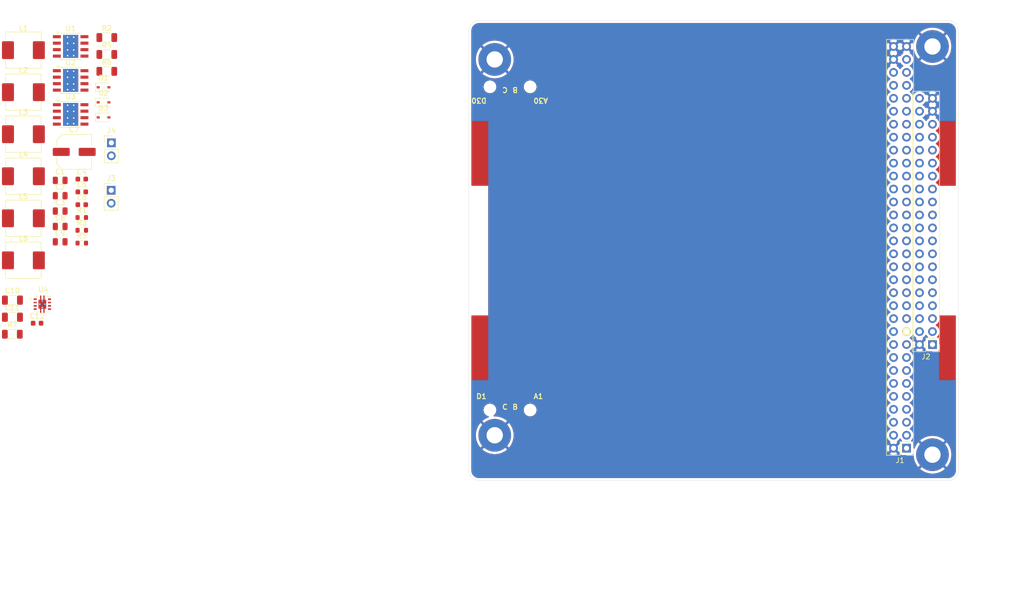
<source format=kicad_pcb>
(kicad_pcb (version 20241229) (generator "pcbnew") (generator_version "9.0")
  (layers (0 "F.Cu" signal) (2 "B.Cu" signal) (13 "F.Paste" user) (15 "B.Paste" user) (5 "F.SilkS" user "F.Silkscreen") (7 "B.SilkS" user "B.Silkscreen") (1 "F.Mask" user) (3 "B.Mask" user) (25 "Edge.Cuts" user))
  (net 0 "")
  (net 1 "+24V")
  (net 2 "GND")
  (net 3 "Net-(D1-K)")
  (net 4 "Net-(U1-BOOT)")
  (net 5 "Net-(D2-K)")
  (net 6 "Net-(U2-BOOT)")
  (net 7 "Net-(D3-K)")
  (net 8 "Net-(U3-BOOT)")
  (net 9 "+5V")
  (net 10 "+12V")
  (net 11 "+3.3V")
  (net 12 "Net-(U4-CWD)")
  (net 13 "Net-(U4-VDD)")
  (net 14 "Net-(L1-Pad2)")
  (net 15 "Net-(L2-Pad2)")
  (net 16 "Net-(L5-Pad2)")
  (net 17 "Net-(U1-VSENSE)")
  (net 18 "Net-(U2-VSENSE)")
  (net 19 "Net-(U3-VSENSE)")
  (net 20 "RESET")
  (net 30 "GPIO")
  (net 123 "V_Batt")
  (footprint "Diode_SMD:D_SOD-323" (layer "F.Cu") (at 64.65 64.13)
    (property "Reference" "D2" (at 0 -1.85 0) (layer "F.SilkS"))
    (property "Value" "D_Schottky")
    (pad "1" smd roundrect (at -1.05 0) (size 0.6 0.45) (layers "F.Cu" "F.Mask" "F.Paste") (net 5 "Net-(D2-K)"))
    (pad "2" smd roundrect (at 1.05 0) (size 0.6 0.45) (layers "F.Cu" "F.Mask" "F.Paste") (net 2 "GND"))
  )
  (footprint "Resistor_SMD:R_1206_3216Metric" (layer "F.Cu") (at 46.785 109.57)
    (property "Reference" "R7" (at 0 -1.83 0) (layer "F.SilkS"))
    (property "Value" "100k")
    (pad "1" smd roundrect (at -1.4625 0) (size 1.125 1.75) (layers "F.Cu" "F.Mask" "F.Paste") (roundrect_rratio 0.222222) (net 11 "+3.3V"))
    (pad "2" smd roundrect (at 1.4625 0) (size 1.125 1.75) (layers "F.Cu" "F.Mask" "F.Paste") (roundrect_rratio 0.222222) (net 20 "RESET"))
  )
  (footprint "Package_SO:TI_SO-PowerPAD-8_ThermalVias" (layer "F.Cu") (at 58.205 59.83)
    (property "Reference" "U2" (at 0 -3.5 0) (layer "F.SilkS"))
    (property "Value" "TPS5430DDA")
    (pad "1" smd rect (at -2.7 -1.905) (size 1.55 0.6) (layers "F.Cu" "F.Mask" "F.Paste") (net 6 "Net-(U2-BOOT)"))
    (pad "2" smd rect (at -2.7 -0.635) (size 1.55 0.6) (layers "F.Cu" "F.Mask" "F.Paste"))
    (pad "3" smd rect (at -2.7 0.635) (size 1.55 0.6) (layers "F.Cu" "F.Mask" "F.Paste"))
    (pad "4" smd rect (at -2.7 1.905) (size 1.55 0.6) (layers "F.Cu" "F.Mask" "F.Paste") (net 18 "Net-(U2-VSENSE)"))
    (pad "5" smd rect (at 2.7 1.905) (size 1.55 0.6) (layers "F.Cu" "F.Mask" "F.Paste"))
    (pad "6" smd rect (at 2.7 0.635) (size 1.55 0.6) (layers "F.Cu" "F.Mask" "F.Paste") (net 2 "GND"))
    (pad "7" smd rect (at 2.7 -0.635) (size 1.55 0.6) (layers "F.Cu" "F.Mask" "F.Paste") (net 123 "V_Batt"))
    (pad "8" smd rect (at 2.7 -1.905) (size 1.55 0.6) (layers "F.Cu" "F.Mask" "F.Paste") (net 5 "Net-(D2-K)"))
    (pad "9" thru_hole circle (at -0.6 -1.8) (size 0.6 0.6) (drill 0.3) (layers "*.Cu") (net 2 "GND"))
    (pad "9" thru_hole circle (at -0.6 -0.6) (size 0.6 0.6) (drill 0.3) (layers "*.Cu") (net 2 "GND"))
    (pad "9" thru_hole circle (at -0.6 0.7) (size 0.6 0.6) (drill 0.3) (layers "*.Cu") (net 2 "GND"))
    (pad "9" thru_hole circle (at -0.6 1.8) (size 0.6 0.6) (drill 0.3) (layers "*.Cu") (net 2 "GND"))
    (pad "9" smd rect (at 0 0) (size 2.6 3.1) (layers "F.Cu" "F.Mask" "F.Paste") (net 2 "GND"))
    (pad "9" smd rect (at 0 0) (size 2.95 4.5) (layers "F.Cu") (net 2 "GND"))
    (pad "9" smd rect (at 0 0) (size 2.95 4.5) (layers "B.Cu") (net 2 "GND"))
    (pad "9" thru_hole circle (at 0.6 -1.8) (size 0.6 0.6) (drill 0.3) (layers "*.Cu") (net 2 "GND"))
    (pad "9" thru_hole circle (at 0.6 -0.6) (size 0.6 0.6) (drill 0.3) (layers "*.Cu") (net 2 "GND"))
    (pad "9" thru_hole circle (at 0.6 0.7) (size 0.6 0.6) (drill 0.3) (layers "*.Cu") (net 2 "GND"))
    (pad "9" thru_hole circle (at 0.6 1.8) (size 0.6 0.6) (drill 0.3) (layers "*.Cu") (net 2 "GND"))
  )
  (footprint "Capacitor_SMD:C_0805_2012Metric" (layer "F.Cu") (at 56.155 91.46)
    (property "Reference" "C9" (at 0 -1.68 0) (layer "F.SilkS"))
    (property "Value" "220u")
    (pad "1" smd roundrect (at -0.95 0) (size 1 1.45) (layers "F.Cu" "F.Mask" "F.Paste") (net 2 "GND"))
    (pad "2" smd roundrect (at 0.95 0) (size 1 1.45) (layers "F.Cu" "F.Mask" "F.Paste") (net 11 "+3.3V"))
  )
  (footprint "Capacitor_SMD:C_0805_2012Metric" (layer "F.Cu") (at 56.155 82.43)
    (property "Reference" "C2" (at 0 -1.68 0) (layer "F.SilkS"))
    (property "Value" "4.7uF")
    (pad "1" smd roundrect (at -0.95 0) (size 1 1.45) (layers "F.Cu" "F.Mask" "F.Paste") (net 123 "V_Batt"))
    (pad "2" smd roundrect (at 0.95 0) (size 1 1.45) (layers "F.Cu" "F.Mask" "F.Paste") (net 2 "GND"))
  )
  (footprint "Resistor_SMD:R_1206_3216Metric" (layer "F.Cu") (at 65.285 54.74)
    (property "Reference" "R4" (at 0 -1.83 0) (layer "F.SilkS"))
    (property "Value" "1.13k")
    (pad "1" smd roundrect (at -1.4625 0) (size 1.125 1.75) (layers "F.Cu" "F.Mask" "F.Paste") (roundrect_rratio 0.222222) (net 18 "Net-(U2-VSENSE)"))
    (pad "2" smd roundrect (at 1.4625 0) (size 1.125 1.75) (layers "F.Cu" "F.Mask" "F.Paste") (roundrect_rratio 0.222222) (net 2 "GND"))
  )
  (footprint "Resistor_SMD:R_0603_1608Metric" (layer "F.Cu") (at 60.385 89.21)
    (property "Reference" "R3" (at 0 -1.43 0) (layer "F.SilkS"))
    (property "Value" "10k")
    (pad "1" smd roundrect (at -0.825 0) (size 0.8 0.95) (layers "F.Cu" "F.Mask" "F.Paste") (net 10 "+12V"))
    (pad "2" smd roundrect (at 0.825 0) (size 0.8 0.95) (layers "F.Cu" "F.Mask" "F.Paste") (net 18 "Net-(U2-VSENSE)"))
  )
  (footprint "Capacitor_SMD:C_0805_2012Metric" (layer "F.Cu") (at 56.155 85.44)
    (property "Reference" "C3" (at 0 -1.68 0) (layer "F.SilkS"))
    (property "Value" "4.7uF")
    (pad "1" smd roundrect (at -0.95 0) (size 1 1.45) (layers "F.Cu" "F.Mask" "F.Paste") (net 123 "V_Batt"))
    (pad "2" smd roundrect (at 0.95 0) (size 1 1.45) (layers "F.Cu" "F.Mask" "F.Paste") (net 2 "GND"))
  )
  (footprint "Resistor_SMD:R_1206_3216Metric" (layer "F.Cu") (at 65.285 51.43)
    (property "Reference" "R2" (at 0 -1.83 0) (layer "F.SilkS"))
    (property "Value" "3.3K")
    (pad "1" smd roundrect (at -1.4625 0) (size 1.125 1.75) (layers "F.Cu" "F.Mask" "F.Paste") (roundrect_rratio 0.222222) (net 17 "Net-(U1-VSENSE)"))
    (pad "2" smd roundrect (at 1.4625 0) (size 1.125 1.75) (layers "F.Cu" "F.Mask" "F.Paste") (roundrect_rratio 0.222222) (net 2 "GND"))
  )
  (footprint "Capacitor_SMD:C_0603_1608Metric" (layer "F.Cu") (at 60.385 79.17)
    (property "Reference" "C4" (at 0 -1.43 0) (layer "F.SilkS"))
    (property "Value" "0.01 uF")
    (pad "1" smd roundrect (at -0.775 0) (size 0.9 0.95) (layers "F.Cu" "F.Mask" "F.Paste") (net 4 "Net-(U1-BOOT)"))
    (pad "2" smd roundrect (at 0.775 0) (size 0.9 0.95) (layers "F.Cu" "F.Mask" "F.Paste") (net 3 "Net-(D1-K)"))
  )
  (footprint "Package_SO:TI_SO-PowerPAD-8_ThermalVias" (layer "F.Cu") (at 58.205 53.165)
    (property "Reference" "U1" (at 0 -3.5 0) (layer "F.SilkS"))
    (property "Value" "TPS5430DDA")
    (pad "1" smd rect (at -2.7 -1.905) (size 1.55 0.6) (layers "F.Cu" "F.Mask" "F.Paste") (net 4 "Net-(U1-BOOT)"))
    (pad "2" smd rect (at -2.7 -0.635) (size 1.55 0.6) (layers "F.Cu" "F.Mask" "F.Paste"))
    (pad "3" smd rect (at -2.7 0.635) (size 1.55 0.6) (layers "F.Cu" "F.Mask" "F.Paste"))
    (pad "4" smd rect (at -2.7 1.905) (size 1.55 0.6) (layers "F.Cu" "F.Mask" "F.Paste") (net 17 "Net-(U1-VSENSE)"))
    (pad "5" smd rect (at 2.7 1.905) (size 1.55 0.6) (layers "F.Cu" "F.Mask" "F.Paste"))
    (pad "6" smd rect (at 2.7 0.635) (size 1.55 0.6) (layers "F.Cu" "F.Mask" "F.Paste") (net 2 "GND"))
    (pad "7" smd rect (at 2.7 -0.635) (size 1.55 0.6) (layers "F.Cu" "F.Mask" "F.Paste") (net 123 "V_Batt"))
    (pad "8" smd rect (at 2.7 -1.905) (size 1.55 0.6) (layers "F.Cu" "F.Mask" "F.Paste") (net 3 "Net-(D1-K)"))
    (pad "9" thru_hole circle (at -0.6 -1.8) (size 0.6 0.6) (drill 0.3) (layers "*.Cu") (net 2 "GND"))
    (pad "9" thru_hole circle (at -0.6 -0.6) (size 0.6 0.6) (drill 0.3) (layers "*.Cu") (net 2 "GND"))
    (pad "9" thru_hole circle (at -0.6 0.7) (size 0.6 0.6) (drill 0.3) (layers "*.Cu") (net 2 "GND"))
    (pad "9" thru_hole circle (at -0.6 1.8) (size 0.6 0.6) (drill 0.3) (layers "*.Cu") (net 2 "GND"))
    (pad "9" smd rect (at 0 0) (size 2.6 3.1) (layers "F.Cu" "F.Mask" "F.Paste") (net 2 "GND"))
    (pad "9" smd rect (at 0 0) (size 2.95 4.5) (layers "F.Cu") (net 2 "GND"))
    (pad "9" smd rect (at 0 0) (size 2.95 4.5) (layers "B.Cu") (net 2 "GND"))
    (pad "9" thru_hole circle (at 0.6 -1.8) (size 0.6 0.6) (drill 0.3) (layers "*.Cu") (net 2 "GND"))
    (pad "9" thru_hole circle (at 0.6 -0.6) (size 0.6 0.6) (drill 0.3) (layers "*.Cu") (net 2 "GND"))
    (pad "9" thru_hole circle (at 0.6 0.7) (size 0.6 0.6) (drill 0.3) (layers "*.Cu") (net 2 "GND"))
    (pad "9" thru_hole circle (at 0.6 1.8) (size 0.6 0.6) (drill 0.3) (layers "*.Cu") (net 2 "GND"))
  )
  (footprint "Inductor_SMD:L_Changjiang_FXL0630" (layer "F.Cu") (at 48.955 70.375)
    (property "Reference" "L3" (at 0 -4.3 0) (layer "F.SilkS"))
    (property "Value" "15uH")
    (pad "1" smd roundrect (at -3.025 0) (size 2.35 3.5) (layers "F.Cu" "F.Mask" "F.Paste") (roundrect_rratio 0.106383) (net 7 "Net-(D3-K)"))
    (pad "2" smd roundrect (at 3.025 0) (size 2.35 3.5) (layers "F.Cu" "F.Mask" "F.Paste") (roundrect_rratio 0.106383) (net 11 "+3.3V"))
  )
  (footprint "Capacitor_SMD:C_0603_1608Metric" (layer "F.Cu") (at 51.635 107.42)
    (property "Reference" "C12" (at 0 -1.43 0) (layer "F.SilkS"))
    (property "Value" "0.1uF")
    (pad "1" smd roundrect (at -0.775 0) (size 0.9 0.95) (layers "F.Cu" "F.Mask" "F.Paste") (net 11 "+3.3V"))
    (pad "2" smd roundrect (at 0.775 0) (size 0.9 0.95) (layers "F.Cu" "F.Mask" "F.Paste") (net 13 "Net-(U4-VDD)"))
  )
  (footprint "Capacitor_SMD:C_0603_1608Metric" (layer "F.Cu") (at 60.385 84.19)
    (property "Reference" "C6" (at 0 -1.43 0) (layer "F.SilkS"))
    (property "Value" "0.01uf")
    (pad "1" smd roundrect (at -0.775 0) (size 0.9 0.95) (layers "F.Cu" "F.Mask" "F.Paste") (net 8 "Net-(U3-BOOT)"))
    (pad "2" smd roundrect (at 0.775 0) (size 0.9 0.95) (layers "F.Cu" "F.Mask" "F.Paste") (net 7 "Net-(D3-K)"))
  )
  (footprint "Inductor_SMD:L_Changjiang_FXL0630" (layer "F.Cu") (at 48.955 78.615)
    (property "Reference" "L4" (at 0 -4.3 0) (layer "F.SilkS"))
    (property "Value" "10uH")
    (pad "1" smd roundrect (at -3.025 0) (size 2.35 3.5) (layers "F.Cu" "F.Mask" "F.Paste") (roundrect_rratio 0.106383) (net 14 "Net-(L1-Pad2)"))
    (pad "2" smd roundrect (at 3.025 0) (size 2.35 3.5) (layers "F.Cu" "F.Mask" "F.Paste") (roundrect_rratio 0.106383) (net 9 "+5V"))
  )
  (footprint "Resistor_SMD:R_1206_3216Metric" (layer "F.Cu") (at 65.285 58.05)
    (property "Reference" "R6" (at 0 -1.83 0) (layer "F.SilkS"))
    (property "Value" "5.9k")
    (pad "1" smd roundrect (at -1.4625 0) (size 1.125 1.75) (layers "F.Cu" "F.Mask" "F.Paste") (roundrect_rratio 0.222222) (net 19 "Net-(U3-VSENSE)"))
    (pad "2" smd roundrect (at 1.4625 0) (size 1.125 1.75) (layers "F.Cu" "F.Mask" "F.Paste") (roundrect_rratio 0.222222) (net 2 "GND"))
  )
  (footprint "Capacitor_SMD:C_0603_1608Metric" (layer "F.Cu") (at 60.385 81.68)
    (property "Reference" "C5" (at 0 -1.43 0) (layer "F.SilkS"))
    (property "Value" "0.01uf")
    (pad "1" smd roundrect (at -0.775 0) (size 0.9 0.95) (layers "F.Cu" "F.Mask" "F.Paste") (net 6 "Net-(U2-BOOT)"))
    (pad "2" smd roundrect (at 0.775 0) (size 0.9 0.95) (layers "F.Cu" "F.Mask" "F.Paste") (net 5 "Net-(D2-K)"))
  )
  (footprint "Inductor_SMD:L_Changjiang_FXL0630" (layer "F.Cu") (at 48.955 86.855)
    (property "Reference" "L5" (at 0 -4.3 0) (layer "F.SilkS"))
    (property "Value" "10uH")
    (pad "1" smd roundrect (at -3.025 0) (size 2.35 3.5) (layers "F.Cu" "F.Mask" "F.Paste") (roundrect_rratio 0.106383) (net 15 "Net-(L2-Pad2)"))
    (pad "2" smd roundrect (at 3.025 0) (size 2.35 3.5) (layers "F.Cu" "F.Mask" "F.Paste") (roundrect_rratio 0.106383) (net 16 "Net-(L5-Pad2)"))
  )
  (footprint "Inductor_SMD:L_Changjiang_FXL0630" (layer "F.Cu") (at 48.955 95.095)
    (property "Reference" "L6" (at 0 -4.3 0) (layer "F.SilkS"))
    (property "Value" "10uH")
    (pad "1" smd roundrect (at -3.025 0) (size 2.35 3.5) (layers "F.Cu" "F.Mask" "F.Paste") (roundrect_rratio 0.106383) (net 16 "Net-(L5-Pad2)"))
    (pad "2" smd roundrect (at 3.025 0) (size 2.35 3.5) (layers "F.Cu" "F.Mask" "F.Paste") (roundrect_rratio 0.106383) (net 10 "+12V"))
  )
  (footprint "Connector_PinHeader_2.54mm:PinHeader_2x32_P2.54mm_Vertical" (layer "F.Cu") (at 221.9 131.92 180)
    (property "Reference" "J1" (at 1.27 -2.38 0) (layer "F.SilkS"))
    (property "Value" "Conn_02x32_Row_Letter_First")
    (pad "a1" thru_hole rect (at 0 0 180) (size 1.7 1.7) (drill 1) (layers "*.Cu" "*.Mask"))
    (pad "a2" thru_hole circle (at 0 2.54 180) (size 1.7 1.7) (drill 1) (layers "*.Cu" "*.Mask"))
    (pad "a3" thru_hole circle (at 0 5.08 180) (size 1.7 1.7) (drill 1) (layers "*.Cu" "*.Mask"))
    (pad "a4" thru_hole circle (at 0 7.62 180) (size 1.7 1.7) (drill 1) (layers "*.Cu" "*.Mask"))
    (pad "a5" thru_hole circle (at 0 10.16 180) (size 1.7 1.7) (drill 1) (layers "*.Cu" "*.Mask"))
    (pad "a6" thru_hole circle (at 0 12.7 180) (size 1.7 1.7) (drill 1) (layers "*.Cu" "*.Mask"))
    (pad "a7" thru_hole circle (at 0 15.24 180) (size 1.7 1.7) (drill 1) (layers "*.Cu" "*.Mask"))
    (pad "a8" thru_hole circle (at 0 17.78 180) (size 1.7 1.7) (drill 1) (layers "*.Cu" "*.Mask"))
    (pad "a9" thru_hole circle (at 0 20.32 180) (size 1.7 1.7) (drill 1) (layers "*.Cu" "*.Mask"))
    (pad "a10" thru_hole circle (at 0 22.86 180) (size 1.7 1.7) (drill 1) (layers "*.Cu" "*.Mask" "F.SilkS"))
    (pad "a11" thru_hole circle (at 0 25.4 180) (size 1.7 1.7) (drill 1) (layers "*.Cu" "*.Mask"))
    (pad "a12" thru_hole circle (at 0 27.94 180) (size 1.7 1.7) (drill 1) (layers "*.Cu" "*.Mask"))
    (pad "a13" thru_hole circle (at 0 30.48 180) (size 1.7 1.7) (drill 1) (layers "*.Cu" "*.Mask"))
    (pad "a14" thru_hole circle (at 0 33.02 180) (size 1.7 1.7) (drill 1) (layers "*.Cu" "*.Mask"))
    (pad "a15" thru_hole circle (at 0 35.56 180) (size 1.7 1.7) (drill 1) (layers "*.Cu" "*.Mask"))
    (pad "a16" thru_hole circle (at 0 38.1 180) (size 1.7 1.7) (drill 1) (layers "*.Cu" "*.Mask"))
    (pad "a17" thru_hole circle (at 0 40.64 180) (size 1.7 1.7) (drill 1) (layers "*.Cu" "B.Mask"))
    (pad "a18" thru_hole circle (at 0 43.18 180) (size 1.7 1.7) (drill 1) (layers "*.Cu" "*.Mask"))
    (pad "a19" thru_hole circle (at 0 45.72 180) (size 1.7 1.7) (drill 1) (layers "*.Cu" "*.Mask" "F.Paste"))
    (pad "a20" thru_hole circle (at 0 48.26 180) (size 1.7 1.7) (drill 1) (layers "*.Cu" "*.Mask"))
    (pad "a21" thru_hole circle (at 0 50.8 180) (size 1.7 1.7) (drill 1) (layers "*.Cu" "*.Mask"))
    (pad "a22" thru_hole circle (at 0 53.34 180) (size 1.7 1.7) (drill 1) (layers "*.Cu" "*.Mask"))
    (pad "a23" thru_hole circle (at 0 55.88 180) (size 1.7 1.7) (drill 1) (layers "*.Cu" "*.Mask"))
    (pad "a24" thru_hole circle (at 0 58.42 180) (size 1.7 1.7) (drill 1) (layers "*.Cu" "*.Mask"))
    (pad "a25" thru_hole circle (at 0 60.96 180) (size 1.7 1.7) (drill 1) (layers "*.Cu" "*.Mask"))
    (pad "a26" thru_hole circle (at 0 63.5 180) (size 1.7 1.7) (drill 1) (layers "*.Cu" "*.Mask"))
    (pad "a27" thru_hole circle (at 0 66.04 180) (size 1.7 1.7) (drill 1) (layers "*.Cu" "*.Mask"))
    (pad "a28" thru_hole circle (at 0 68.58 180) (size 1.7 1.7) (drill 1) (layers "*.Cu" "*.Mask"))
    (pad "a29" thru_hole circle (at 0 71.12 180) (size 1.7 1.7) (drill 1) (layers "*.Cu" "*.Mask"))
    (pad "a30" thru_hole circle (at 0 73.66 180) (size 1.7 1.7) (drill 1) (layers "*.Cu" "*.Mask"))
    (pad "a31" thru_hole circle (at 0 76.2 180) (size 1.7 1.7) (drill 1) (layers "*.Cu" "*.Mask"))
    (pad "a32" thru_hole circle (at 0 78.74 180) (size 1.7 1.7) (drill 1) (layers "*.Cu" "*.Mask") (net 2 "GND"))
    (pad "b1" thru_hole circle (at 2.54 0 180) (size 1.7 1.7) (drill 1) (layers "*.Cu" "*.Mask") (net 2 "GND"))
    (pad "b2" thru_hole circle (at 2.54 2.54 180) (size 1.7 1.7) (drill 1) (layers "*.Cu" "*.Mask") (net 20 "RESET"))
    (pad "b3" thru_hole circle (at 2.54 5.08 180) (size 1.7 1.7) (drill 1) (layers "*.Cu" "*.Mask") (net 9 "+5V"))
    (pad "b4" thru_hole circle (at 2.54 7.62 180) (size 1.7 1.7) (drill 1) (layers "*.Cu" "*.Mask"))
    (pad "b5" thru_hole circle (at 2.54 10.16 180) (size 1.7 1.7) (drill 1) (layers "*.Cu" "*.Mask") (net 11 "+3.3V"))
    (pad "b6" thru_hole circle (at 2.54 12.7 180) (size 1.7 1.7) (drill 1) (layers "*.Cu" "*.Mask"))
    (pad "b7" thru_hole circle (at 2.54 15.24 180) (size 1.7 1.7) (drill 1) (layers "*.Cu" "*.Mask") (net 123 "V_Batt"))
    (pad "b8" thru_hole circle (at 2.54 17.78 180) (size 1.7 1.7) (drill 1) (layers "*.Cu" "*.Mask"))
    (pad "b9" thru_hole circle (at 2.54 20.32 180) (size 1.7 1.7) (drill 1) (layers "*.Cu" "*.Mask") (net 10 "+12V"))
    (pad "b10" thru_hole circle (at 2.54 22.86 180) (size 1.7 1.7) (drill 1) (layers "*.Cu" "*.Mask"))
    (pad "b11" thru_hole circle (at 2.54 25.4 180) (size 1.7 1.7) (drill 1) (layers "*.Cu" "*.Mask"))
    (pad "b12" thru_hole circle (at 2.54 27.94 180) (size 1.7 1.7) (drill 1) (layers "*.Cu" "*.Mask"))
    (pad "b13" thru_hole circle (at 2.54 30.48 180) (size 1.7 1.7) (drill 1) (layers "*.Cu" "*.Mask"))
    (pad "b14" thru_hole circle (at 2.54 33.02 180) (size 1.7 1.7) (drill 1) (layers "*.Cu" "*.Mask"))
    (pad "b15" thru_hole circle (at 2.54 35.56 180) (size 1.7 1.7) (drill 1) (layers "*.Cu" "*.Mask"))
    (pad "b16" thru_hole circle (at 2.54 38.1 180) (size 1.7 1.7) (drill 1) (layers "*.Cu" "*.Mask"))
    (pad "b17" thru_hole circle (at 2.54 40.64 180) (size 1.7 1.7) (drill 1) (layers "*.Cu" "*.Mask"))
    (pad "b18" thru_hole circle (at 2.54 43.18 180) (size 1.7 1.7) (drill 1) (layers "*.Cu" "*.Mask"))
    (pad "b19" thru_hole circle (at 2.54 45.72 180) (size 1.7 1.7) (drill 1) (layers "*.Cu" "*.Mask"))
    (pad "b20" thru_hole circle (at 2.54 48.26 180) (size 1.7 1.7) (drill 1) (layers "*.Cu" "*.Mask"))
    (pad "b21" thru_hole circle (at 2.54 50.8 180) (size 1.7 1.7) (drill 1) (layers "*.Cu" "*.Mask"))
    (pad "b22" thru_hole circle (at 2.54 53.34 180) (size 1.7 1.7) (drill 1) (layers "*.Cu" "*.Mask"))
    (pad "b23" thru_hole circle (at 2.54 55.88 180) (size 1.7 1.7) (drill 1) (layers "*.Cu" "*.Mask"))
    (pad "b24" thru_hole circle (at 2.54 58.42 180) (size 1.7 1.7) (drill 1) (layers "*.Cu" "*.Mask"))
    (pad "b25" thru_hole circle (at 2.54 60.96 180) (size 1.7 1.7) (drill 1) (layers "*.Cu" "*.Mask"))
    (pad "b26" thru_hole circle (at 2.54 63.5 180) (size 1.7 1.7) (drill 1) (layers "*.Cu" "*.Mask"))
    (pad "b27" thru_hole circle (at 2.54 66.04 180) (size 1.7 1.7) (drill 1) (layers "*.Cu" "*.Mask"))
    (pad "b28" thru_hole circle (at 2.54 68.58 180) (size 1.7 1.7) (drill 1) (layers "*.Cu" "*.Mask"))
    (pad "b29" thru_hole circle (at 2.54 71.12 180) (size 1.7 1.7) (drill 1) (layers "*.Cu" "*.Mask"))
    (pad "b30" thru_hole circle (at 2.54 73.66 180) (size 1.7 1.7) (drill 1) (layers "*.Cu" "*.Mask"))
    (pad "b31" thru_hole circle (at 2.54 76.2 180) (size 1.7 1.7) (drill 1) (layers "*.Cu" "*.Mask") (net 2 "GND"))
    (pad "b32" thru_hole circle (at 2.54 78.74 180) (size 1.7 1.7) (drill 1) (layers "*.Cu" "*.Mask") (net 2 "GND"))
  )
  (footprint "Inductor_SMD:L_Changjiang_FXL0630" (layer "F.Cu") (at 48.955 62.135)
    (property "Reference" "L2" (at 0 -4.3 0) (layer "F.SilkS"))
    (property "Value" "10uH")
    (pad "1" smd roundrect (at -3.025 0) (size 2.35 3.5) (layers "F.Cu" "F.Mask" "F.Paste") (roundrect_rratio 0.106383) (net 5 "Net-(D2-K)"))
    (pad "2" smd roundrect (at 3.025 0) (size 2.35 3.5) (layers "F.Cu" "F.Mask" "F.Paste") (roundrect_rratio 0.106383) (net 15 "Net-(L2-Pad2)"))
  )
  (footprint "Diode_SMD:D_SOD-323" (layer "F.Cu") (at 64.65 67.08)
    (property "Reference" "D3" (at 0 -1.85 0) (layer "F.SilkS"))
    (property "Value" "D_Schottky")
    (pad "1" smd roundrect (at -1.05 0) (size 0.6 0.45) (layers "F.Cu" "F.Mask" "F.Paste") (net 7 "Net-(D3-K)"))
    (pad "2" smd roundrect (at 1.05 0) (size 0.6 0.45) (layers "F.Cu" "F.Mask" "F.Paste") (net 2 "GND"))
  )
  (footprint "Resistor_SMD:R_0603_1608Metric" (layer "F.Cu") (at 60.385 86.7)
    (property "Reference" "R1" (at 0 -1.43 0) (layer "F.SilkS"))
    (property "Value" "10K")
    (pad "1" smd roundrect (at -0.825 0) (size 0.8 0.95) (layers "F.Cu" "F.Mask" "F.Paste") (net 9 "+5V"))
    (pad "2" smd roundrect (at 0.825 0) (size 0.8 0.95) (layers "F.Cu" "F.Mask" "F.Paste") (net 17 "Net-(U1-VSENSE)"))
  )
  (footprint "Capacitor_SMD:C_0805_2012Metric" (layer "F.Cu") (at 56.155 88.45)
    (property "Reference" "C8" (at 0 -1.68 0) (layer "F.SilkS"))
    (property "Value" "22u")
    (pad "1" smd roundrect (at -0.95 0) (size 1 1.45) (layers "F.Cu" "F.Mask" "F.Paste") (net 2 "GND"))
    (pad "2" smd roundrect (at 0.95 0) (size 1 1.45) (layers "F.Cu" "F.Mask" "F.Paste") (net 10 "+12V"))
  )
  (footprint "Capacitor_SMD:C_1206_3216Metric" (layer "F.Cu") (at 46.805 102.89)
    (property "Reference" "C10" (at 0 -1.85 0) (layer "F.SilkS"))
    (property "Value" "680nF")
    (pad "1" smd roundrect (at -1.475 0) (size 1.15 1.8) (layers "F.Cu" "F.Mask" "F.Paste") (roundrect_rratio 0.217391) (net 12 "Net-(U4-CWD)"))
    (pad "2" smd roundrect (at 1.475 0) (size 1.15 1.8) (layers "F.Cu" "F.Mask" "F.Paste") (roundrect_rratio 0.217391) (net 2 "GND"))
  )
  (footprint "MountingHole:MountingHole_3.2mm_M3_Pad_TopBottom" (layer "F.Cu") (at 226.98 133.19)
    (property "Reference" "H4" (hide yes))
    (property "Value" "MountingHole_Pad")
    (pad "1" thru_hole circle (at 0 0) (size 3.6 3.6) (drill 3.2) (layers "*.Cu" "*.Mask") (net 2 "GND"))
    (pad "1" connect circle (at 0 0) (size 6.4 6.4) (layers "F.Cu" "F.Mask") (net 2 "GND"))
    (pad "1" connect circle (at 0 0) (size 6.4 6.4) (layers "B.Cu" "B.Mask") (net 2 "GND"))
  )
  (footprint "Inductor_SMD:L_Changjiang_FXL0630" (layer "F.Cu") (at 48.955 53.895)
    (property "Reference" "L1" (at 0 -4.3 0) (layer "F.SilkS"))
    (property "Value" "10uH")
    (pad "1" smd roundrect (at -3.025 0) (size 2.35 3.5) (layers "F.Cu" "F.Mask" "F.Paste") (roundrect_rratio 0.106383) (net 3 "Net-(D1-K)"))
    (pad "2" smd roundrect (at 3.025 0) (size 2.35 3.5) (layers "F.Cu" "F.Mask" "F.Paste") (roundrect_rratio 0.106383) (net 14 "Net-(L1-Pad2)"))
  )
  (footprint "MountingHole:MountingHole_2mm" (layer "F.Cu") (at 148.19 61.085)
    (property "Reference" "H6" (hide yes))
    (property "Value" "MountingHole")
    (pad "" np_thru_hole circle (at 0 0) (size 2 2) (drill 2) (layers "*.Cu" "*.Mask"))
  )
  (footprint "MountingHole:MountingHole_3.2mm_M3_Pad_TopBottom" (layer "F.Cu") (at 226.98 53.18)
    (property "Reference" "H2" (hide yes))
    (property "Value" "MountingHole_Pad")
    (pad "1" thru_hole circle (at 0 0) (size 3.6 3.6) (drill 3.2) (layers "*.Cu" "*.Mask") (net 2 "GND"))
    (pad "1" connect circle (at 0 0) (size 6.4 6.4) (layers "F.Cu" "F.Mask") (net 2 "GND"))
    (pad "1" connect circle (at 0 0) (size 6.4 6.4) (layers "B.Cu" "B.Mask") (net 2 "GND"))
  )
  (footprint "Capacitor_SMD:C_Elec_6.3x7.7" (layer "F.Cu") (at 58.905 73.84)
    (property "Reference" "C7" (at 0 -4.35 0) (layer "F.SilkS"))
    (property "Value" "100uF")
    (pad "1" smd roundrect (at -2.5375 0) (size 3.325 1.6) (layers "F.Cu" "F.Mask" "F.Paste") (roundrect_rratio 0.15625) (net 9 "+5V"))
    (pad "2" smd roundrect (at 2.5375 0) (size 3.325 1.6) (layers "F.Cu" "F.Mask" "F.Paste") (roundrect_rratio 0.15625) (net 2 "GND"))
  )
  (footprint "MountingHole:MountingHole_2mm" (layer "F.Cu") (at 140.32 124.435)
    (property "Reference" "H7" (hide yes))
    (property "Value" "MountingHole")
    (pad "" np_thru_hole circle (at 0 0) (size 2 2) (drill 2) (layers "*.Cu" "*.Mask"))
  )
  (footprint "Resistor_SMD:R_0603_1608Metric" (layer "F.Cu") (at 60.385 91.72)
    (property "Reference" "R5" (at 0 -1.43 0) (layer "F.SilkS"))
    (property "Value" "10k")
    (pad "1" smd roundrect (at -0.825 0) (size 0.8 0.95) (layers "F.Cu" "F.Mask" "F.Paste") (net 11 "+3.3V"))
    (pad "2" smd roundrect (at 0.825 0) (size 0.8 0.95) (layers "F.Cu" "F.Mask" "F.Paste") (net 19 "Net-(U3-VSENSE)"))
  )
  (footprint "Footprints:IC_TPS3431SDRBR" (layer "F.Cu") (at 52.66 103.69)
    (property "Reference" "U4" (at 0.175 -2.885 0) (layer "F.SilkS"))
    (property "Value" "TPS3431SDRBR")
    (pad "1" smd roundrect (at -1.4 -0.975) (size 0.6 0.31) (layers "F.Cu" "F.Paste") (roundrect_rratio 0.16) (net 13 "Net-(U4-VDD)"))
    (pad "2" smd roundrect (at -1.4 -0.325) (size 0.6 0.31) (layers "F.Cu" "F.Paste") (roundrect_rratio 0.16) (net 12 "Net-(U4-CWD)"))
    (pad "3" smd roundrect (at -1.4 0.325) (size 0.6 0.31) (layers "F.Cu" "F.Paste") (roundrect_rratio 0.16) (net 11 "+3.3V"))
    (pad "4" smd roundrect (at -1.4 0.975) (size 0.6 0.31) (layers "F.Cu" "F.Paste") (roundrect_rratio 0.16) (net 2 "GND"))
    (pad "5" smd roundrect (at 1.4 0.975) (size 0.6 0.31) (layers "F.Cu" "F.Paste") (roundrect_rratio 0.16) (net 11 "+3.3V"))
    (pad "6" smd roundrect (at 1.4 0.325) (size 0.6 0.31) (layers "F.Cu" "F.Paste") (roundrect_rratio 0.16) (net 30 "GPIO"))
    (pad "7" smd roundrect (at 1.4 -0.325) (size 0.6 0.31) (layers "F.Cu" "F.Paste") (roundrect_rratio 0.16) (net 20 "RESET"))
    (pad "8" smd roundrect (at 1.4 -0.975) (size 0.6 0.31) (layers "F.Cu" "F.Paste") (roundrect_rratio 0.16) (net 20 "RESET"))
    (pad "9" smd custom (at 0 0) (size 1.4 1.65) (layers "F.Cu") (options (clearance outline) (anchor rect)) (primitives (gr_poly (pts (xy -0.49 0.875) (xy -0.7 0.875) (xy -0.703 0.875) (xy -0.705 0.875) (xy -0.708 0.874) (xy -0.71 0.874) (xy -0.713 0.873) (xy -0.715 0.873) (xy -0.718 0.872) (xy -0.72 0.871) (xy -0.723 0.87) (xy -0.725 0.868) (xy -0.727 0.867) (xy -0.729 0.865) (xy -0.731 0.864) (xy -0.733 0.862) (xy -0.735 0.86) (xy -0.737 0.858) (xy -0.739 0.856) (xy -0.74 0.854) (xy -0.742 0.852) (xy -0.743 0.85) (xy -0.745 0.848) (xy -0.746 0.845) (xy -0.747 0.843) (xy -0.748 0.84) (xy -0.748 0.838) (xy -0.749 0.835) (xy -0.749 0.833) (xy -0.75 0.83) (xy -0.75 0.828) (xy -0.75 0.825) (xy -0.75 -0.825) (xy -0.75 -0.828) (xy -0.75 -0.83) (xy -0.749 -0.833) (xy -0.749 -0.835) (xy -0.748 -0.838) (xy -0.748 -0.84) (xy -0.747 -0.843) (xy -0.746 -0.845) (xy -0.745 -0.848) (xy -0.743 -0.85) (xy -0.742 -0.852) (xy -0.74 -0.854) (xy -0.739 -0.856) (xy -0.737 -0.858) (xy -0.735 -0.86) (xy -0.733 -0.862) (xy -0.731 -0.864) (xy -0.729 -0.865) (xy -0.727 -0.867) (xy -0.725 -0.868) (xy -0.723 -0.87) (xy -0.72 -0.871) (xy -0.718 -0.872) (xy -0.715 -0.873) (xy -0.713 -0.873) (xy -0.71 -0.874) (xy -0.708 -0.874) (xy -0.705 -0.875) (xy -0.703 -0.875) (xy -0.7 -0.875) (xy -0.49 -0.875) (xy -0.487 -0.875) (xy -0.485 -0.875) (xy -0.482 -0.876) (xy -0.48 -0.876) (xy -0.477 -0.877) (xy -0.475 -0.877) (xy -0.472 -0.878) (xy -0.47 -0.879) (xy -0.467 -0.88) (xy -0.465 -0.882) (xy -0.463 -0.883) (xy -0.461 -0.885) (xy -0.459 -0.886) (xy -0.457 -0.888) (xy -0.455 -0.89) (xy -0.453 -0.892) (xy -0.451 -0.894) (xy -0.45 -0.896) (xy -0.448 -0.898) (xy -0.447 -0.9) (xy -0.445 -0.902) (xy -0.444 -0.905) (xy -0.443 -0.907) (xy -0.442 -0.91) (xy -0.442 -0.912) (xy -0.441 -0.915) (xy -0.441 -0.917) (xy -0.44 -0.92) (xy -0.44 -0.922) (xy -0.44 -0.925) (xy -0.44 -1.65) (xy -0.44 -1.653) (xy -0.44 -1.655) (xy -0.439 -1.658) (xy -0.439 -1.66) (xy -0.438 -1.663) (xy -0.438 -1.665) (xy -0.437 -1.668) (xy -0.436 -1.67) (xy -0.435 -1.673) (xy -0.433 -1.675) (xy -0.432 -1.677) (xy -0.43 -1.679) (xy -0.429 -1.681) (xy -0.427 -1.683) (xy -0.425 -1.685) (xy -0.423 -1.687) (xy -0.421 -1.689) (xy -0.419 -1.69) (xy -0.417 -1.692) (xy -0.415 -1.693) (xy -0.413 -1.695) (xy -0.41 -1.696) (xy -0.408 -1.697) (xy -0.405 -1.698) (xy -0.403 -1.698) (xy -0.4 -1.699) (xy -0.398 -1.699) (xy -0.395 -1.7) (xy -0.393 -1.7) (xy -0.39 -1.7) (xy -0.26 -1.7) (xy -0.257 -1.7) (xy -0.255 -1.7) (xy -0.252 -1.699) (xy -0.25 -1.699) (xy -0.247 -1.698) (xy -0.245 -1.698) (xy -0.242 -1.697) (xy -0.24 -1.696) (xy -0.237 -1.695) (xy -0.235 -1.693) (xy -0.233 -1.692) (xy -0.231 -1.69) (xy -0.229 -1.689) (xy -0.227 -1.687) (xy -0.225 -1.685) (xy -0.223 -1.683) (xy -0.221 -1.681) (xy -0.22 -1.679) (xy -0.218 -1.677) (xy -0.217 -1.675) (xy -0.215 -1.673) (xy -0.214 -1.67) (xy -0.213 -1.668) (xy -0.212 -1.665) (xy -0.212 -1.663) (xy -0.211 -1.66) (xy -0.211 -1.658) (xy -0.21 -1.655) (xy -0.21 -1.653) (xy -0.21 -1.65) (xy -0.21 -0.925) (xy -0.21 -0.922) (xy -0.21 -0.92) (xy -0.209 -0.917) (xy -0.209 -0.915) (xy -0.208 -0.912) (xy -0.208 -0.91) (xy -0.207 -0.907) (xy -0.206 -0.905) (xy -0.205 -0.902) (xy -0.203 -0.9) (xy -0.202 -0.898) (xy -0.2 -0.896) (xy -0.199 -0.894) (xy -0.197 -0.892) (xy -0.195 -0.89) (xy -0.193 -0.888) (xy -0.191 -0.886) (xy -0.189 -0.885) (xy -0.187 -0.883) (xy -0.185 -0.882) (xy -0.183 -0.88) (xy -0.18 -0.879) (xy -0.178 -0.878) (xy -0.175 -0.877) (xy -0.173 -0.877) (xy -0.17 -0.876) (xy -0.168 -0.876) (xy -0.165 -0.875) (xy -0.163 -0.875) (xy -0.16 -0.875) (xy 0.16 -0.875) (xy 0.163 -0.875) (xy 0.165 -0.875) (xy 0.168 -0.876) (xy 0.17 -0.876) (xy 0.173 -0.877) (xy 0.175 -0.877) (xy 0.178 -0.878) (xy 0.18 -0.879) (xy 0.183 -0.88) (xy 0.185 -0.882) (xy 0.187 -0.883) (xy 0.189 -0.885) (xy 0.191 -0.886) (xy 0.193 -0.888) (xy 0.195 -0.89) (xy 0.197 -0.892) (xy 0.199 -0.894) (xy 0.2 -0.896) (xy 0.202 -0.898) (xy 0.203 -0.9) (xy 0.205 -0.902) (xy 0.206 -0.905) (xy 0.207 -0.907) (xy 0.208 -0.91) (xy 0.208 -0.912) (xy 0.209 -0.915) (xy 0.209 -0.917) (xy 0.21 -0.92) (xy 0.21 -0.922) (xy 0.21 -0.925) (xy 0.21 -1.65) (xy 0.21 -1.653) (xy 0.21 -1.655) (xy 0.211 -1.658) (xy 0.211 -1.66) (xy 0.212 -1.663) (xy 0.212 -1.665) (xy 0.213 -1.668) (xy 0.214 -1.67) (xy 0.215 -1.673) (xy 0.217 -1.675) (xy 0.218 -1.677) (xy 0.22 -1.679) (xy 0.221 -1.681) (xy 0.223 -1.683) (xy 0.225 -1.685) (xy 0.227 -1.687) (xy 0.229 -1.689) (xy 0.231 -1.69) (xy 0.233 -1.692) (xy 0.235 -1.693) (xy 0.237 -1.695) (xy 0.24 -1.696) (xy 0.242 -1.697) (xy 0.245 -1.698) (xy 0.247 -1.698) (xy 0.25 -1.699) (xy 0.252 -1.699) (xy 0.255 -1.7) (xy 0.257 -1.7) (xy 0.26 -1.7) (xy 0.39 -1.7) (xy 0.393 -1.7) (xy 0.395 -1.7) (xy 0.398 -1.699) (xy 0.4 -1.699) (xy 0.403 -1.698) (xy 0.405 -1.698) (xy 0.408 -1.697) (xy 0.41 -1.696) (xy 0.413 -1.695) (xy 0.415 -1.693) (xy 0.417 -1.692) (xy 0.419 -1.69) (xy 0.421 -1.689) (xy 0.423 -1.687) (xy 0.425 -1.685) (xy 0.427 -1.683) (xy 0.429 -1.681) (xy 0.43 -1.679) (xy 0.432 -1.677) (xy 0.433 -1.675) (xy 0.435 -1.673) (xy 0.436 -1.67) (xy 0.437 -1.668) (xy 0.438 -1.665) (xy 0.438 -1.663) (xy 0.439 -1.66) (xy 0.439 -1.658) (xy 0.44 -1.655) (xy 0.44 -1.653) (xy 0.44 -1.65) (xy 0.44 -0.925) (xy 0.44 -0.922) (xy 0.44 -0.92) (xy 0.441 -0.917) (xy 0.441 -0.915) (xy 0.442 -0.912) (xy 0.442 -0.91) (xy 0.443 -0.907) (xy 0.444 -0.905) (xy 0.445 -0.902) (xy 0.447 -0.9) (xy 0.448 -0.898) (xy 0.45 -0.896) (xy 0.451 -0.894) (xy 0.453 -0.892) (xy 0.455 -0.89) (xy 0.457 -0.888) (xy 0.459 -0.886) (xy 0.461 -0.885) (xy 0.463 -0.883) (xy 0.465 -0.882) (xy 0.467 -0.88) (xy 0.47 -0.879) (xy 0.472 -0.878) (xy 0.475 -0.877) (xy 0.477 -0.877) (xy 0.48 -0.876) (xy 0.482 -0.876) (xy 0.485 -0.875) (xy 0.487 -0.875) (xy 0.49 -0.875) (xy 0.7 -0.875) (xy 0.703 -0.875) (xy 0.705 -0.875) (xy 0.708 -0.874) (xy 0.71 -0.874) (xy 0.713 -0.873) (xy 0.715 -0.873) (xy 0.718 -0.872) (xy 0.72 -0.871) (xy 0.723 -0.87) (xy 0.725 -0.868) (xy 0.727 -0.867) (xy 0.729 -0.865) (xy 0.731 -0.864) (xy 0.733 -0.862) (xy 0.735 -0.86) (xy 0.737 -0.858) (xy 0.739 -0.856) (xy 0.74 -0.854) (xy 0.742 -0.852) (xy 0.743 -0.85) (xy 0.745 -0.848) (xy 0.746 -0.845) (xy 0.747 -0.843) (xy 0.748 -0.84) (xy 0.748 -0.838) (xy 0.749 -0.835) (xy 0.749 -0.833) (xy 0.75 -0.83) (xy 0.75 -0.828) (xy 0.75 -0.825) (xy 0.75 0.825) (xy 0.75 0.828) (xy 0.75 0.83) (xy 0.749 0.833) (xy 0.749 0.835) (xy 0.748 0.838) (xy 0.748 0.84) (xy 0.747 0.843) (xy 0.746 0.845) (xy 0.745 0.848) (xy 0.743 0.85) (xy 0.742 0.852) (xy 0.74 0.854) (xy 0.739 0.856) (xy 0.737 0.858) (xy 0.735 0.86) (xy 0.733 0.862) (xy 0.731 0.864) (xy 0.729 0.865) (xy 0.727 0.867) (xy 0.725 0.868) (xy 0.723 0.87) (xy 0.72 0.871) (xy 0.718 0.872) (xy 0.715 0.873) (xy 0.713 0.873) (xy 0.71 0.874) (xy 0.708 0.874) (xy 0.705 0.875) (xy 0.703 0.875) (xy 0.7 0.875) (xy 0.49 0.875) (xy 0.487 0.875) (xy 0.485 0.875) (xy 0.482 0.876) (xy 0.48 0.876) (xy 0.477 0.877) (xy 0.475 0.877) (xy 0.472 0.878) (xy 0.47 0.879) (xy 0.467 0.88) (xy 0.465 0.882) (xy 0.463 0.883) (xy 0.461 0.885) (xy 0.459 0.886) (xy 0.457 0.888) (xy 0.455 0.89) (xy 0.453 0.892) (xy 0.451 0.894) (xy 0.45 0.896) (xy 0.448 0.898) (xy 0.447 0.9) (xy 0.445 0.902) (xy 0.444 0.905) (xy 0.443 0.907) (xy 0.442 0.91) (xy 0.442 0.912) (xy 0.441 0.915) (xy 0.441 0.917) (xy 0.44 0.92) (xy 0.44 0.922) (xy 0.44 0.925) (xy 0.44 1.65) (xy 0.44 1.653) (xy 0.44 1.655) (xy 0.439 1.658) (xy 0.439 1.66) (xy 0.438 1.663) (xy 0.438 1.665) (xy 0.437 1.668) (xy 0.436 1.67) (xy 0.435 1.673) (xy 0.433 1.675) (xy 0.432 1.677) (xy 0.43 1.679) (xy 0.429 1.681) (xy 0.427 1.683) (xy 0.425 1.685) (xy 0.423 1.687) (xy 0.421 1.689) (xy 0.419 1.69) (xy 0.417 1.692) (xy 0.415 1.693) (xy 0.413 1.695) (xy 0.41 1.696) (xy 0.408 1.697) (xy 0.405 1.698) (xy 0.403 1.698) (xy 0.4 1.699) (xy 0.398 1.699) (xy 0.395 1.7) (xy 0.393 1.7) (xy 0.39 1.7) (xy 0.26 1.7) (xy 0.257 1.7) (xy 0.255 1.7) (xy 0.252 1.699) (xy 0.25 1.699) (xy 0.247 1.698) (xy 0.245 1.698) (xy 0.242 1.697) (xy 0.24 1.696) (xy 0.237 1.695) (xy 0.235 1.693) (xy 0.233 1.692) (xy 0.231 1.69) (xy 0.229 1.689) (xy 0.227 1.687) (xy 0.225 1.685) (xy 0.223 1.683) (xy 0.221 1.681) (xy 0.22 1.679) (xy 0.218 1.677) (xy 0.217 1.675) (xy 0.215 1.673) (xy 0.214 1.67) (xy 0.213 1.668) (xy 0.212 1.665) (xy 0.212 1.663) (xy 0.211 1.66) (xy 0.211 1.658) (xy 0.21 1.655) (xy 0.21 1.653) (xy 0.21 1.65) (xy 0.21 0.925) (xy 0.21 0.922) (xy 0.21 0.92) (xy 0.209 0.917) (xy 0.209 0.915) (xy 0.208 0.912) (xy 0.208 0.91) (xy 0.207 0.907) (xy 0.206 0.905) (xy 0.205 0.902) (xy 0.203 0.9) (xy 0.202 0.898) (xy 0.2 0.896) (xy 0.199 0.894) (xy 0.197 0.892) (xy 0.195 0.89) (xy 0.193 0.888) (xy 0.191 0.886) (xy 0.189 0.885) (xy 0.187 0.883) (xy 0.185 0.882) (xy 0.183 0.88) (xy 0.18 0.879) (xy 0.178 0.878) (xy 0.175 0.877) (xy 0.173 0.877) (xy 0.17 0.876) (xy 0.168 0.876) (xy 0.165 0.875) (xy 0.163 0.875) (xy 0.16 0.875) (xy -0.16 0.875) (xy -0.163 0.875) (xy -0.165 0.875) (xy -0.168 0.876) (xy -0.17 0.876) (xy -0.173 0.877) (xy -0.175 0.877) (xy -0.178 0.878) (xy -0.18 0.879) (xy -0.183 0.88) (xy -0.185 0.882) (xy -0.187 0.883) (xy -0.189 0.885) (xy -0.191 0.886) (xy -0.193 0.888) (xy -0.195 0.89) (xy -0.197 0.892) (xy -0.199 0.894) (xy -0.2 0.896) (xy -0.202 0.898) (xy -0.203 0.9) (xy -0.205 0.902) (xy -0.206 0.905) (xy -0.207 0.907) (xy -0.208 0.91) (xy -0.208 0.912) (xy -0.209 0.915) (xy -0.209 0.917) (xy -0.21 0.92) (xy -0.21 0.922) (xy -0.21 0.925) (xy -0.21 1.65) (xy -0.21 1.653) (xy -0.21 1.655) (xy -0.211 1.658) (xy -0.211 1.66) (xy -0.212 1.663) (xy -0.212 1.665) (xy -0.213 1.668) (xy -0.214 1.67) (xy -0.215 1.673) (xy -0.217 1.675) (xy -0.218 1.677) (xy -0.22 1.679) (xy -0.221 1.681) (xy -0.223 1.683) (xy -0.225 1.685) (xy -0.227 1.687) (xy -0.229 1.689) (xy -0.231 1.69) (xy -0.233 1.692) (xy -0.235 1.693) (xy -0.237 1.695) (xy -0.24 1.696) (xy -0.242 1.697) (xy -0.245 1.698) (xy -0.247 1.698) (xy -0.25 1.699) (xy -0.252 1.699) (xy -0.255 1.7) (xy -0.257 1.7) (xy -0.26 1.7) (xy -0.39 1.7) (xy -0.393 1.7) (xy -0.395 1.7) (xy -0.398 1.699) (xy -0.4 1.699) (xy -0.403 1.698) (xy -0.405 1.698) (xy -0.408 1.697) (xy -0.41 1.696) (xy -0.413 1.695) (xy -0.415 1.693) (xy -0.417 1.692) (xy -0.419 1.69) (xy -0.421 1.689) (xy -0.423 1.687) (xy -0.425 1.685) (xy -0.427 1.683) (xy -0.429 1.681) (xy -0.43 1.679) (xy -0.432 1.677) (xy -0.433 1.675) (xy -0.435 1.673) (xy -0.436 1.67) (xy -0.437 1.668) (xy -0.438 1.665) (xy -0.438 1.663) (xy -0.439 1.66) (xy -0.439 1.658) (xy -0.44 1.655) (xy -0.44 1.653) (xy -0.44 1.65) (xy -0.44 0.925) (xy -0.44 0.922) (xy -0.44 0.92) (xy -0.441 0.917) (xy -0.441 0.915) (xy -0.442 0.912) (xy -0.442 0.91) (xy -0.443 0.907) (xy -0.444 0.905) (xy -0.445 0.902) (xy -0.447 0.9) (xy -0.448 0.898) (xy -0.45 0.896) (xy -0.451 0.894) (xy -0.453 0.892) (xy -0.455 0.89) (xy -0.457 0.888) (xy -0.459 0.886) (xy -0.461 0.885) (xy -0.463 0.883) (xy -0.465 0.882) (xy -0.467 0.88) (xy -0.47 0.879) (xy -0.472 0.878) (xy -0.475 0.877) (xy -0.477 0.877) (xy -0.48 0.876) (xy -0.482 0.876) (xy -0.485 0.875) (xy -0.487 0.875) (xy -0.49 0.875)) (width 0.01) (fill yes))))
    (pad "10" thru_hole circle (at 0 -0.625) (size 0.4 0.4) (drill 0.2) (layers "*.Cu"))
    (pad "11" thru_hole circle (at -0.5 0) (size 0.4 0.4) (drill 0.2) (layers "*.Cu"))
    (pad "12" thru_hole circle (at 0.5 0) (size 0.4 0.4) (drill 0.2) (layers "*.Cu"))
    (pad "13" thru_hole circle (at 0 0.625) (size 0.4 0.4) (drill 0.2) (layers "*.Cu"))
  )
  (footprint "MountingHole:MountingHole_2mm" (layer "F.Cu") (at 140.32 61.085)
    (property "Reference" "H5" (hide yes))
    (property "Value" "MountingHole")
    (pad "" np_thru_hole circle (at 0 0) (size 2 2) (drill 2) (layers "*.Cu" "*.Mask"))
  )
  (footprint "Connector_PinHeader_2.54mm:PinHeader_1x02_P2.54mm_Vertical" (layer "F.Cu") (at 66.175 72.06)
    (property "Reference" "J4" (at 0 -2.38 0) (layer "F.SilkS"))
    (property "Value" "Power Out")
    (pad "1" thru_hole rect (at 0 0) (size 1.7 1.7) (drill 1) (layers "*.Cu" "*.Mask") (net 10 "+12V"))
    (pad "2" thru_hole circle (at 0 2.54) (size 1.7 1.7) (drill 1) (layers "*.Cu" "*.Mask") (net 9 "+5V"))
  )
  (footprint "MountingHole:MountingHole_3.2mm_M3_Pad_TopBottom" (layer "F.Cu") (at 141.255 55.72)
    (property "Reference" "H1" (hide yes))
    (property "Value" "MountingHole_Pad")
    (pad "1" thru_hole circle (at 0 0) (size 3.6 3.6) (drill 3.2) (layers "*.Cu" "*.Mask") (net 2 "GND"))
    (pad "1" connect circle (at 0 0) (size 6.4 6.4) (layers "F.Cu" "F.Mask") (net 2 "GND"))
    (pad "1" connect circle (at 0 0) (size 6.4 6.4) (layers "B.Cu" "B.Mask") (net 2 "GND"))
  )
  (footprint "MountingHole:MountingHole_3.2mm_M3_Pad_TopBottom" (layer "F.Cu") (at 141.255 129.38)
    (property "Reference" "H3" (hide yes))
    (property "Value" "MountingHole_Pad")
    (pad "1" thru_hole circle (at 0 0) (size 3.6 3.6) (drill 3.2) (layers "*.Cu" "*.Mask") (net 2 "GND"))
    (pad "1" connect circle (at 0 0) (size 6.4 6.4) (layers "F.Cu" "F.Mask") (net 2 "GND"))
    (pad "1" connect circle (at 0 0) (size 6.4 6.4) (layers "B.Cu" "B.Mask") (net 2 "GND"))
  )
  (footprint "Diode_SMD:D_SOD-323" (layer "F.Cu") (at 64.65 61.18)
    (property "Reference" "D1" (at 0 -1.85 0) (layer "F.SilkS"))
    (property "Value" "D_Schottky")
    (pad "1" smd roundrect (at -1.05 0) (size 0.6 0.45) (layers "F.Cu" "F.Mask" "F.Paste") (net 3 "Net-(D1-K)"))
    (pad "2" smd roundrect (at 1.05 0) (size 0.6 0.45) (layers "F.Cu" "F.Mask" "F.Paste") (net 2 "GND"))
  )
  (footprint "Connector_PinHeader_2.54mm:PinHeader_1x02_P2.54mm_Vertical" (layer "F.Cu") (at 66.15 81.36)
    (property "Reference" "J3" (at 0 -2.38 0) (layer "F.SilkS"))
    (property "Value" "Power In")
    (pad "1" thru_hole rect (at 0 0) (size 1.7 1.7) (drill 1) (layers "*.Cu" "*.Mask") (net 1 "+24V"))
    (pad "2" thru_hole circle (at 0 2.54) (size 1.7 1.7) (drill 1) (layers "*.Cu" "*.Mask") (net 2 "GND"))
  )
  (footprint "Package_SO:TI_SO-PowerPAD-8_ThermalVias" (layer "F.Cu") (at 58.205 66.495)
    (property "Reference" "U3" (at 0 -3.5 0) (layer "F.SilkS"))
    (property "Value" "TPS5430DDA")
    (pad "1" smd rect (at -2.7 -1.905) (size 1.55 0.6) (layers "F.Cu" "F.Mask" "F.Paste") (net 8 "Net-(U3-BOOT)"))
    (pad "2" smd rect (at -2.7 -0.635) (size 1.55 0.6) (layers "F.Cu" "F.Mask" "F.Paste"))
    (pad "3" smd rect (at -2.7 0.635) (size 1.55 0.6) (layers "F.Cu" "F.Mask" "F.Paste"))
    (pad "4" smd rect (at -2.7 1.905) (size 1.55 0.6) (layers "F.Cu" "F.Mask" "F.Paste") (net 19 "Net-(U3-VSENSE)"))
    (pad "5" smd rect (at 2.7 1.905) (size 1.55 0.6) (layers "F.Cu" "F.Mask" "F.Paste"))
    (pad "6" smd rect (at 2.7 0.635) (size 1.55 0.6) (layers "F.Cu" "F.Mask" "F.Paste") (net 2 "GND"))
    (pad "7" smd rect (at 2.7 -0.635) (size 1.55 0.6) (layers "F.Cu" "F.Mask" "F.Paste") (net 123 "V_Batt"))
    (pad "8" smd rect (at 2.7 -1.905) (size 1.55 0.6) (layers "F.Cu" "F.Mask" "F.Paste") (net 7 "Net-(D3-K)"))
    (pad "9" thru_hole circle (at -0.6 -1.8) (size 0.6 0.6) (drill 0.3) (layers "*.Cu") (net 2 "GND"))
    (pad "9" thru_hole circle (at -0.6 -0.6) (size 0.6 0.6) (drill 0.3) (layers "*.Cu") (net 2 "GND"))
    (pad "9" thru_hole circle (at -0.6 0.7) (size 0.6 0.6) (drill 0.3) (layers "*.Cu") (net 2 "GND"))
    (pad "9" thru_hole circle (at -0.6 1.8) (size 0.6 0.6) (drill 0.3) (layers "*.Cu") (net 2 "GND"))
    (pad "9" smd rect (at 0 0) (size 2.6 3.1) (layers "F.Cu" "F.Mask" "F.Paste") (net 2 "GND"))
    (pad "9" smd rect (at 0 0) (size 2.95 4.5) (layers "F.Cu") (net 2 "GND"))
    (pad "9" smd rect (at 0 0) (size 2.95 4.5) (layers "B.Cu") (net 2 "GND"))
    (pad "9" thru_hole circle (at 0.6 -1.8) (size 0.6 0.6) (drill 0.3) (layers "*.Cu") (net 2 "GND"))
    (pad "9" thru_hole circle (at 0.6 -0.6) (size 0.6 0.6) (drill 0.3) (layers "*.Cu") (net 2 "GND"))
    (pad "9" thru_hole circle (at 0.6 0.7) (size 0.6 0.6) (drill 0.3) (layers "*.Cu") (net 2 "GND"))
    (pad "9" thru_hole circle (at 0.6 1.8) (size 0.6 0.6) (drill 0.3) (layers "*.Cu") (net 2 "GND"))
  )
  (footprint "Connector_PinHeader_2.54mm:PinHeader_2x20_P2.54mm_Vertical" (layer "F.Cu") (at 226.98 111.6 180)
    (property "Reference" "J2" (at 1.27 -2.38 0) (layer "F.SilkS"))
    (property "Value" "Conn_02x20_Row_Letter_First" (hide yes))
    (pad "c0" thru_hole circle (at 2.54 0 180) (size 1.7 1.7) (drill 1) (layers "*.Cu" "*.Mask") (net 2 "GND"))
    (pad "c1" thru_hole circle (at 2.54 2.54 180) (size 1.7 1.7) (drill 1) (layers "*.Cu" "*.Mask"))
    (pad "c2" thru_hole circle (at 2.54 5.08 180) (size 1.7 1.7) (drill 1) (layers "*.Cu" "*.Mask"))
    (pad "c3" thru_hole circle (at 2.54 7.62 180) (size 1.7 1.7) (drill 1) (layers "*.Cu" "*.Mask"))
    (pad "c4" thru_hole circle (at 2.54 10.16 180) (size 1.7 1.7) (drill 1) (layers "*.Cu" "*.Mask"))
    (pad "c5" thru_hole circle (at 2.54 12.7 180) (size 1.7 1.7) (drill 1) (layers "*.Cu" "*.Mask"))
    (pad "c6" thru_hole circle (at 2.54 15.24 180) (size 1.7 1.7) (drill 1) (layers "*.Cu" "*.Mask"))
    (pad "c7" thru_hole circle (at 2.54 17.78 180) (size 1.7 1.7) (drill 1) (layers "*.Cu" "*.Mask"))
    (pad "c8" thru_hole circle (at 2.54 20.32 180) (size 1.7 1.7) (drill 1) (layers "*.Cu" "*.Mask"))
    (pad "c9" thru_hole circle (at 2.54 22.86 180) (size 1.7 1.7) (drill 1) (layers "*.Cu" "*.Mask"))
    (pad "c10" thru_hole circle (at 2.54 25.4 180) (size 1.7 1.7) (drill 1) (layers "*.Cu" "*.Mask"))
    (pad "c11" thru_hole circle (at 2.54 27.94 180) (size 1.7 1.7) (drill 1) (layers "*.Cu" "*.Mask"))
    (pad "c12" thru_hole circle (at 2.54 30.48 180) (size 1.7 1.7) (drill 1) (layers "*.Cu" "*.Mask"))
    (pad "c13" thru_hole circle (at 2.54 33.02 180) (size 1.7 1.7) (drill 1) (layers "*.Cu" "*.Mask"))
    (pad "c14" thru_hole circle (at 2.54 35.56 180) (size 1.7 1.7) (drill 1) (layers "*.Cu" "*.Mask"))
    (pad "c15" thru_hole circle (at 2.54 38.1 180) (size 1.7 1.7) (drill 1) (layers "*.Cu" "*.Mask"))
    (pad "c16" thru_hole circle (at 2.54 40.64 180) (size 1.7 1.7) (drill 1) (layers "*.Cu" "*.Mask"))
    (pad "c17" thru_hole circle (at 2.54 43.18 180) (size 1.7 1.7) (drill 1) (layers "*.Cu" "*.Mask"))
    (pad "c18" thru_hole circle (at 2.54 45.72 180) (size 1.7 1.7) (drill 1) (layers "*.Cu" "*.Mask"))
    (pad "c19" thru_hole circle (at 2.54 48.26 180) (size 1.7 1.7) (drill 1) (layers "*.Cu" "*.Mask"))
    (pad "d0" thru_hole rect (at 0 0 180) (size 1.7 1.7) (drill 1) (layers "*.Cu" "*.Mask"))
    (pad "d1" thru_hole circle (at 0 2.54 180) (size 1.7 1.7) (drill 1) (layers "*.Cu" "*.Mask"))
    (pad "d2" thru_hole circle (at 0 5.08 180) (size 1.7 1.7) (drill 1) (layers "*.Cu" "*.Mask"))
    (pad "d3" thru_hole circle (at 0 7.62 180) (size 1.7 1.7) (drill 1) (layers "*.Cu" "*.Mask"))
    (pad "d4" thru_hole circle (at 0 10.16 180) (size 1.7 1.7) (drill 1) (layers "*.Cu" "*.Mask"))
    (pad "d5" thru_hole circle (at 0 12.7 180) (size 1.7 1.7) (drill 1) (layers "*.Cu" "*.Mask"))
    (pad "d6" thru_hole circle (at 0 15.24 180) (size 1.7 1.7) (drill 1) (layers "*.Cu" "*.Mask"))
    (pad "d7" thru_hole circle (at 0 17.78 180) (size 1.7 1.7) (drill 1) (layers "*.Cu" "*.Mask"))
    (pad "d8" thru_hole circle (at 0 20.32 180) (size 1.7 1.7) (drill 1) (layers "*.Cu" "*.Mask"))
    (pad "d9" thru_hole circle (at 0 22.86 180) (size 1.7 1.7) (drill 1) (layers "*.Cu" "*.Mask"))
    (pad "d10" thru_hole circle (at 0 25.4 180) (size 1.7 1.7) (drill 1) (layers "*.Cu" "*.Mask"))
    (pad "d11" thru_hole circle (at 0 27.94 180) (size 1.7 1.7) (drill 1) (layers "*.Cu" "*.Mask"))
    (pad "d12" thru_hole circle (at 0 30.48 180) (size 1.7 1.7) (drill 1) (layers "*.Cu" "*.Mask"))
    (pad "d13" thru_hole circle (at 0 33.02 180) (size 1.7 1.7) (drill 1) (layers "*.Cu" "*.Mask"))
    (pad "d14" thru_hole circle (at 0 35.56 180) (size 1.7 1.7) (drill 1) (layers "*.Cu" "*.Mask"))
    (pad "d15" thru_hole circle (at 0 38.1 180) (size 1.7 1.7) (drill 1) (layers "*.Cu" "*.Mask"))
    (pad "d16" thru_hole circle (at 0 40.64 180) (size 1.7 1.7) (drill 1) (layers "*.Cu" "*.Mask") (net 9 "+5V"))
    (pad "d17" thru_hole circle (at 0 43.18 180) (size 1.7 1.7) (drill 1) (layers "*.Cu" "*.Mask"))
    (pad "d18" thru_hole circle (at 0 45.72 180) (size 1.7 1.7) (drill 1) (layers "*.Cu" "*.Mask") (net 2 "GND"))
    (pad "d19" thru_hole circle (at 0 48.26 180) (size 1.7 1.7) (drill 1) (layers "*.Cu" "*.Mask") (net 2 "GND"))
  )
  (footprint "MountingHole:MountingHole_2mm" (layer "F.Cu") (at 148.19 124.435)
    (property "Reference" "H8" (hide yes))
    (property "Value" "MountingHole")
    (pad "" np_thru_hole circle (at 0 0) (size 2 2) (drill 2) (layers "*.Cu" "*.Mask"))
  )
  (footprint "Capacitor_SMD:C_0805_2012Metric" (layer "F.Cu") (at 56.155 79.42)
    (property "Reference" "C1" (at 0 -1.68 0) (layer "F.SilkS"))
    (property "Value" "4.7uF")
    (pad "1" smd roundrect (at -0.95 0) (size 1 1.45) (layers "F.Cu" "F.Mask" "F.Paste") (net 123 "V_Batt"))
    (pad "2" smd roundrect (at 0.95 0) (size 1 1.45) (layers "F.Cu" "F.Mask" "F.Paste") (net 2 "GND"))
  )
  (footprint "Capacitor_SMD:C_1206_3216Metric" (layer "F.Cu") (at 46.805 106.24)
    (property "Reference" "C11" (at 0 -1.85 0) (layer "F.SilkS"))
    (property "Value" "82nF")
    (pad "1" smd roundrect (at -1.475 0) (size 1.15 1.8) (layers "F.Cu" "F.Mask" "F.Paste") (roundrect_rratio 0.217391) (net 12 "Net-(U4-CWD)"))
    (pad "2" smd roundrect (at 1.475 0) (size 1.15 1.8) (layers "F.Cu" "F.Mask" "F.Paste") (roundrect_rratio 0.217391) (net 2 "GND"))
  )
  (gr_arc (start 138.175 138.27) (mid 136.760786 137.684214) (end 136.175 136.27) (stroke (width 0.05)) (layer "Edge.Cuts"))
  (gr_arc (start 230.06 48.1) (mid 231.474214 48.685786) (end 232.06 50.1) (stroke (width 0.05)) (layer "Edge.Cuts"))
  (gr_arc (start 232.06 136.27) (mid 231.474214 137.684214) (end 230.06 138.27) (stroke (width 0.05)) (layer "Edge.Cuts"))
  (gr_arc (start 136.175 50.1) (mid 136.760786 48.685786) (end 138.175 48.1) (stroke (width 0.05)) (layer "Edge.Cuts"))
  (gr_line (start 138.175 48.1) (end 230.06 48.1) (stroke (width 0.05)) (layer "Edge.Cuts"))
  (gr_line (start 230.06 138.27) (end 138.175 138.27) (stroke (width 0.05)) (layer "Edge.Cuts"))
  (gr_line (start 136.175 136.27) (end 136.175 50.1) (stroke (width 0.05)) (layer "Edge.Cuts"))
  (gr_line (start 232.06 50.1) (end 232.06 136.27) (stroke (width 0.05)) (layer "Edge.Cuts"))
  (gr_text "A1" (at 148.755 121.76 0) (layer "F.SilkS") (effects (font (size 1 1) (thickness 0.2) (bold yes)) (justify left)))
  (gr_text "C" (at 143.255 62.26 180) (layer "F.SilkS") (effects (font (size 1 1) (thickness 0.2) (bold yes)) (justify top)))
  (gr_text "D30" (at 139.755 63.76 180) (layer "F.SilkS") (effects (font (size 1 1) (thickness 0.2) (bold yes)) (justify left)))
  (gr_text "C" (at 143.255 123.26 0) (layer "F.SilkS") (effects (font (size 1 1) (thickness 0.2) (bold yes)) (justify top)))
  (gr_text "B" (at 145.255 62.26 180) (layer "F.SilkS") (effects (font (size 1 1) (thickness 0.2) (bold yes)) (justify top)))
  (gr_text "D1" (at 139.755 121.76 0) (layer "F.SilkS") (effects (font (size 1 1) (thickness 0.2) (bold yes)) (justify right)))
  (gr_text "B" (at 145.255 123.26 0) (layer "F.SilkS") (effects (font (size 1 1) (thickness 0.2) (bold yes)) (justify top)))
  (gr_text "A30" (at 148.755 63.76 180) (layer "F.SilkS") (effects (font (size 1 1) (thickness 0.2) (bold yes)) (justify right)))
  (zone (net 2) (net_name "GND") (layer "F.Cu") (connect_pads (clearance 0.5)) (min_thickness 0.25) (fill yes (thermal_gap 0.5) (thermal_bridge_width 0.5))
    (polygon (pts (xy 136.175 48.1) (xy 232.06 48.1) (xy 232.06 138.27) (xy 136.175 138.27)))
  )
  (zone (net 0) (net_name "") (layers "F.Cu" "Dwgs.User") (connect_pads (clearance 0)) (min_thickness 0.25)
    (keepout (tracks not_allowed) (vias not_allowed) (pads not_allowed) (copperpour not_allowed) (footprints allowed))
    (fill (thermal_gap 0.5) (thermal_bridge_width 0.5))
    (polygon (pts (xy 228.25 80.485) (xy 232.06 80.485) (xy 232.06 105.885) (xy 228.25 105.885)))
  )
  (zone (net 0) (net_name "") (layers "F.Cu" "Dwgs.User") (connect_pads (clearance 0)) (min_thickness 0.25)
    (keepout (tracks not_allowed) (vias not_allowed) (pads not_allowed) (copperpour not_allowed) (footprints allowed))
    (fill (thermal_gap 0.5) (thermal_bridge_width 0.5))
    (polygon (pts (xy 136.175 80.485) (xy 139.985 80.485) (xy 139.985 105.885) (xy 136.175 105.885)))
  )
  (zone (net 0) (net_name "") (layer "B.Cu") (connect_pads (clearance 0)) (min_thickness 0.25)
    (keepout (tracks not_allowed) (vias not_allowed) (pads not_allowed) (copperpour not_allowed) (footprints allowed))
    (fill (thermal_gap 0.5) (thermal_bridge_width 0.5))
    (polygon (pts (xy 136.175 67.785) (xy 139.985 67.785) (xy 139.985 118.585) (xy 136.175 118.585)))
  )
  (zone (net 0) (net_name "") (layer "B.Cu") (connect_pads (clearance 0)) (min_thickness 0.25)
    (keepout (tracks not_allowed) (vias not_allowed) (pads not_allowed) (copperpour not_allowed) (footprints allowed))
    (fill (thermal_gap 0.5) (thermal_bridge_width 0.5))
    (polygon (pts (xy 228.25 67.785) (xy 232.06 67.785) (xy 232.06 118.585) (xy 228.25 118.585)))
  )
  (zone (net 2) (net_name "GND") (layer "B.Cu") (connect_pads (clearance 0.5)) (min_thickness 0.25) (fill yes (thermal_gap 0.5) (thermal_bridge_width 0.5))
    (polygon (pts (xy 136.175 48.1) (xy 232.06 48.1) (xy 232.06 138.27) (xy 136.175 138.27)))
  )
)
</source>
